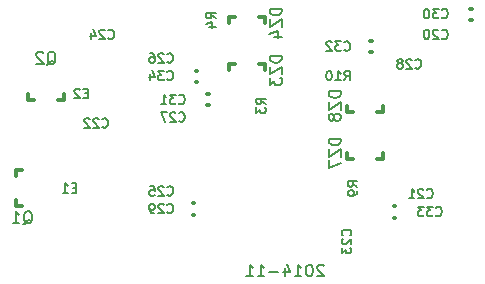
<source format=gbo>
G04 #@! TF.FileFunction,Legend,Bot*
%FSLAX46Y46*%
G04 Gerber Fmt 4.6, Leading zero omitted, Abs format (unit mm)*
G04 Created by KiCad (PCBNEW (2014-11-08 BZR 5258)-product) date Tue 11 Nov 2014 07:31:25 PM EST*
%MOMM*%
G01*
G04 APERTURE LIST*
%ADD10C,0.100000*%
%ADD11C,0.150000*%
%ADD12C,0.350000*%
%ADD13C,0.200000*%
G04 APERTURE END LIST*
D10*
D11*
X116535714Y-85547619D02*
X116488095Y-85500000D01*
X116392857Y-85452381D01*
X116154761Y-85452381D01*
X116059523Y-85500000D01*
X116011904Y-85547619D01*
X115964285Y-85642857D01*
X115964285Y-85738095D01*
X116011904Y-85880952D01*
X116583333Y-86452381D01*
X115964285Y-86452381D01*
X115345238Y-85452381D02*
X115249999Y-85452381D01*
X115154761Y-85500000D01*
X115107142Y-85547619D01*
X115059523Y-85642857D01*
X115011904Y-85833333D01*
X115011904Y-86071429D01*
X115059523Y-86261905D01*
X115107142Y-86357143D01*
X115154761Y-86404762D01*
X115249999Y-86452381D01*
X115345238Y-86452381D01*
X115440476Y-86404762D01*
X115488095Y-86357143D01*
X115535714Y-86261905D01*
X115583333Y-86071429D01*
X115583333Y-85833333D01*
X115535714Y-85642857D01*
X115488095Y-85547619D01*
X115440476Y-85500000D01*
X115345238Y-85452381D01*
X114059523Y-86452381D02*
X114630952Y-86452381D01*
X114345238Y-86452381D02*
X114345238Y-85452381D01*
X114440476Y-85595238D01*
X114535714Y-85690476D01*
X114630952Y-85738095D01*
X113202380Y-85785714D02*
X113202380Y-86452381D01*
X113440476Y-85404762D02*
X113678571Y-86119048D01*
X113059523Y-86119048D01*
X112678571Y-86071429D02*
X111916666Y-86071429D01*
X110916666Y-86452381D02*
X111488095Y-86452381D01*
X111202381Y-86452381D02*
X111202381Y-85452381D01*
X111297619Y-85595238D01*
X111392857Y-85690476D01*
X111488095Y-85738095D01*
X109964285Y-86452381D02*
X110535714Y-86452381D01*
X110250000Y-86452381D02*
X110250000Y-85452381D01*
X110345238Y-85595238D01*
X110440476Y-85690476D01*
X110535714Y-85738095D01*
D12*
X108984000Y-68492000D02*
X108476000Y-68492000D01*
X108476000Y-68492000D02*
X108476000Y-69000000D01*
X111524000Y-69000000D02*
X111524000Y-68492000D01*
X111524000Y-68492000D02*
X111016000Y-68492000D01*
X108984000Y-64492000D02*
X108476000Y-64492000D01*
X108476000Y-64492000D02*
X108476000Y-65000000D01*
X111524000Y-65000000D02*
X111524000Y-64492000D01*
X111524000Y-64492000D02*
X111016000Y-64492000D01*
X121016000Y-76508000D02*
X121524000Y-76508000D01*
X121524000Y-76508000D02*
X121524000Y-76000000D01*
X118476000Y-76000000D02*
X118476000Y-76508000D01*
X118476000Y-76508000D02*
X118984000Y-76508000D01*
X121016000Y-72508000D02*
X121524000Y-72508000D01*
X121524000Y-72508000D02*
X121524000Y-72000000D01*
X118476000Y-72000000D02*
X118476000Y-72508000D01*
X118476000Y-72508000D02*
X118984000Y-72508000D01*
X90492000Y-80016000D02*
X90492000Y-80524000D01*
X90492000Y-80524000D02*
X91000000Y-80524000D01*
X91000000Y-77476000D02*
X90492000Y-77476000D01*
X90492000Y-77476000D02*
X90492000Y-77984000D01*
X94016000Y-71508000D02*
X94524000Y-71508000D01*
X94524000Y-71508000D02*
X94524000Y-71000000D01*
X91476000Y-71000000D02*
X91476000Y-71508000D01*
X91476000Y-71508000D02*
X91984000Y-71508000D01*
X105429000Y-80279000D02*
X105571000Y-80279000D01*
X105571000Y-80279000D02*
X105429000Y-80279000D01*
X105429000Y-81221000D02*
X105571000Y-81221000D01*
X105571000Y-81221000D02*
X105429000Y-81221000D01*
X129071000Y-64721000D02*
X128929000Y-64721000D01*
X128929000Y-64721000D02*
X129071000Y-64721000D01*
X129071000Y-63779000D02*
X128929000Y-63779000D01*
X128929000Y-63779000D02*
X129071000Y-63779000D01*
X106821000Y-71971000D02*
X106679000Y-71971000D01*
X106679000Y-71971000D02*
X106821000Y-71971000D01*
X106821000Y-71029000D02*
X106679000Y-71029000D01*
X106679000Y-71029000D02*
X106821000Y-71029000D01*
X120429000Y-66529000D02*
X120571000Y-66529000D01*
X120571000Y-66529000D02*
X120429000Y-66529000D01*
X120429000Y-67471000D02*
X120571000Y-67471000D01*
X120571000Y-67471000D02*
X120429000Y-67471000D01*
X122429000Y-80529000D02*
X122571000Y-80529000D01*
X122571000Y-80529000D02*
X122429000Y-80529000D01*
X122429000Y-81471000D02*
X122571000Y-81471000D01*
X122571000Y-81471000D02*
X122429000Y-81471000D01*
X105821000Y-69971000D02*
X105679000Y-69971000D01*
X105679000Y-69971000D02*
X105821000Y-69971000D01*
X105821000Y-69029000D02*
X105679000Y-69029000D01*
X105679000Y-69029000D02*
X105821000Y-69029000D01*
D13*
X112952381Y-67785714D02*
X111952381Y-67785714D01*
X111952381Y-68023809D01*
X112000000Y-68166667D01*
X112095238Y-68261905D01*
X112190476Y-68309524D01*
X112380952Y-68357143D01*
X112523810Y-68357143D01*
X112714286Y-68309524D01*
X112809524Y-68261905D01*
X112904762Y-68166667D01*
X112952381Y-68023809D01*
X112952381Y-67785714D01*
X111952381Y-68690476D02*
X111952381Y-69357143D01*
X112952381Y-68690476D01*
X112952381Y-69357143D01*
X111952381Y-69642857D02*
X111952381Y-70261905D01*
X112333333Y-69928571D01*
X112333333Y-70071429D01*
X112380952Y-70166667D01*
X112428571Y-70214286D01*
X112523810Y-70261905D01*
X112761905Y-70261905D01*
X112857143Y-70214286D01*
X112904762Y-70166667D01*
X112952381Y-70071429D01*
X112952381Y-69785714D01*
X112904762Y-69690476D01*
X112857143Y-69642857D01*
X112952381Y-63785714D02*
X111952381Y-63785714D01*
X111952381Y-64023809D01*
X112000000Y-64166667D01*
X112095238Y-64261905D01*
X112190476Y-64309524D01*
X112380952Y-64357143D01*
X112523810Y-64357143D01*
X112714286Y-64309524D01*
X112809524Y-64261905D01*
X112904762Y-64166667D01*
X112952381Y-64023809D01*
X112952381Y-63785714D01*
X111952381Y-64690476D02*
X111952381Y-65357143D01*
X112952381Y-64690476D01*
X112952381Y-65357143D01*
X112285714Y-66166667D02*
X112952381Y-66166667D01*
X111904762Y-65928571D02*
X112619048Y-65690476D01*
X112619048Y-66309524D01*
X117952381Y-74785714D02*
X116952381Y-74785714D01*
X116952381Y-75023809D01*
X117000000Y-75166667D01*
X117095238Y-75261905D01*
X117190476Y-75309524D01*
X117380952Y-75357143D01*
X117523810Y-75357143D01*
X117714286Y-75309524D01*
X117809524Y-75261905D01*
X117904762Y-75166667D01*
X117952381Y-75023809D01*
X117952381Y-74785714D01*
X116952381Y-75690476D02*
X116952381Y-76357143D01*
X117952381Y-75690476D01*
X117952381Y-76357143D01*
X116952381Y-76642857D02*
X116952381Y-77309524D01*
X117952381Y-76880952D01*
X117952381Y-70785714D02*
X116952381Y-70785714D01*
X116952381Y-71023809D01*
X117000000Y-71166667D01*
X117095238Y-71261905D01*
X117190476Y-71309524D01*
X117380952Y-71357143D01*
X117523810Y-71357143D01*
X117714286Y-71309524D01*
X117809524Y-71261905D01*
X117904762Y-71166667D01*
X117952381Y-71023809D01*
X117952381Y-70785714D01*
X116952381Y-71690476D02*
X116952381Y-72357143D01*
X117952381Y-71690476D01*
X117952381Y-72357143D01*
X117380952Y-72880952D02*
X117333333Y-72785714D01*
X117285714Y-72738095D01*
X117190476Y-72690476D01*
X117142857Y-72690476D01*
X117047619Y-72738095D01*
X117000000Y-72785714D01*
X116952381Y-72880952D01*
X116952381Y-73071429D01*
X117000000Y-73166667D01*
X117047619Y-73214286D01*
X117142857Y-73261905D01*
X117190476Y-73261905D01*
X117285714Y-73214286D01*
X117333333Y-73166667D01*
X117380952Y-73071429D01*
X117380952Y-72880952D01*
X117428571Y-72785714D01*
X117476190Y-72738095D01*
X117571429Y-72690476D01*
X117761905Y-72690476D01*
X117857143Y-72738095D01*
X117904762Y-72785714D01*
X117952381Y-72880952D01*
X117952381Y-73071429D01*
X117904762Y-73166667D01*
X117857143Y-73214286D01*
X117761905Y-73261905D01*
X117571429Y-73261905D01*
X117476190Y-73214286D01*
X117428571Y-73166667D01*
X117380952Y-73071429D01*
X91095238Y-82047619D02*
X91190476Y-82000000D01*
X91285714Y-81904762D01*
X91428571Y-81761905D01*
X91523810Y-81714286D01*
X91619048Y-81714286D01*
X91571429Y-81952381D02*
X91666667Y-81904762D01*
X91761905Y-81809524D01*
X91809524Y-81619048D01*
X91809524Y-81285714D01*
X91761905Y-81095238D01*
X91666667Y-81000000D01*
X91571429Y-80952381D01*
X91380952Y-80952381D01*
X91285714Y-81000000D01*
X91190476Y-81095238D01*
X91142857Y-81285714D01*
X91142857Y-81619048D01*
X91190476Y-81809524D01*
X91285714Y-81904762D01*
X91380952Y-81952381D01*
X91571429Y-81952381D01*
X90190476Y-81952381D02*
X90761905Y-81952381D01*
X90476191Y-81952381D02*
X90476191Y-80952381D01*
X90571429Y-81095238D01*
X90666667Y-81190476D01*
X90761905Y-81238095D01*
X93095238Y-68547619D02*
X93190476Y-68500000D01*
X93285714Y-68404762D01*
X93428571Y-68261905D01*
X93523810Y-68214286D01*
X93619048Y-68214286D01*
X93571429Y-68452381D02*
X93666667Y-68404762D01*
X93761905Y-68309524D01*
X93809524Y-68119048D01*
X93809524Y-67785714D01*
X93761905Y-67595238D01*
X93666667Y-67500000D01*
X93571429Y-67452381D01*
X93380952Y-67452381D01*
X93285714Y-67500000D01*
X93190476Y-67595238D01*
X93142857Y-67785714D01*
X93142857Y-68119048D01*
X93190476Y-68309524D01*
X93285714Y-68404762D01*
X93380952Y-68452381D01*
X93571429Y-68452381D01*
X92761905Y-67547619D02*
X92714286Y-67500000D01*
X92619048Y-67452381D01*
X92380952Y-67452381D01*
X92285714Y-67500000D01*
X92238095Y-67547619D01*
X92190476Y-67642857D01*
X92190476Y-67738095D01*
X92238095Y-67880952D01*
X92809524Y-68452381D01*
X92190476Y-68452381D01*
D11*
X111611905Y-71866667D02*
X111230952Y-71600000D01*
X111611905Y-71409524D02*
X110811905Y-71409524D01*
X110811905Y-71714286D01*
X110850000Y-71790477D01*
X110888095Y-71828572D01*
X110964286Y-71866667D01*
X111078571Y-71866667D01*
X111154762Y-71828572D01*
X111192857Y-71790477D01*
X111230952Y-71714286D01*
X111230952Y-71409524D01*
X110811905Y-72133334D02*
X110811905Y-72628572D01*
X111116667Y-72361905D01*
X111116667Y-72476191D01*
X111154762Y-72552381D01*
X111192857Y-72590477D01*
X111269048Y-72628572D01*
X111459524Y-72628572D01*
X111535714Y-72590477D01*
X111573810Y-72552381D01*
X111611905Y-72476191D01*
X111611905Y-72247619D01*
X111573810Y-72171429D01*
X111535714Y-72133334D01*
X107361905Y-64616667D02*
X106980952Y-64350000D01*
X107361905Y-64159524D02*
X106561905Y-64159524D01*
X106561905Y-64464286D01*
X106600000Y-64540477D01*
X106638095Y-64578572D01*
X106714286Y-64616667D01*
X106828571Y-64616667D01*
X106904762Y-64578572D01*
X106942857Y-64540477D01*
X106980952Y-64464286D01*
X106980952Y-64159524D01*
X106828571Y-65302381D02*
X107361905Y-65302381D01*
X106523810Y-65111905D02*
X107095238Y-64921429D01*
X107095238Y-65416667D01*
X119361905Y-78866667D02*
X118980952Y-78600000D01*
X119361905Y-78409524D02*
X118561905Y-78409524D01*
X118561905Y-78714286D01*
X118600000Y-78790477D01*
X118638095Y-78828572D01*
X118714286Y-78866667D01*
X118828571Y-78866667D01*
X118904762Y-78828572D01*
X118942857Y-78790477D01*
X118980952Y-78714286D01*
X118980952Y-78409524D01*
X119361905Y-79247619D02*
X119361905Y-79400000D01*
X119323810Y-79476191D01*
X119285714Y-79514286D01*
X119171429Y-79590477D01*
X119019048Y-79628572D01*
X118714286Y-79628572D01*
X118638095Y-79590477D01*
X118600000Y-79552381D01*
X118561905Y-79476191D01*
X118561905Y-79323810D01*
X118600000Y-79247619D01*
X118638095Y-79209524D01*
X118714286Y-79171429D01*
X118904762Y-79171429D01*
X118980952Y-79209524D01*
X119019048Y-79247619D01*
X119057143Y-79323810D01*
X119057143Y-79476191D01*
X119019048Y-79552381D01*
X118980952Y-79590477D01*
X118904762Y-79628572D01*
X118264286Y-69861905D02*
X118530953Y-69480952D01*
X118721429Y-69861905D02*
X118721429Y-69061905D01*
X118416667Y-69061905D01*
X118340476Y-69100000D01*
X118302381Y-69138095D01*
X118264286Y-69214286D01*
X118264286Y-69328571D01*
X118302381Y-69404762D01*
X118340476Y-69442857D01*
X118416667Y-69480952D01*
X118721429Y-69480952D01*
X117502381Y-69861905D02*
X117959524Y-69861905D01*
X117730953Y-69861905D02*
X117730953Y-69061905D01*
X117807143Y-69176190D01*
X117883334Y-69252381D01*
X117959524Y-69290476D01*
X117007143Y-69061905D02*
X116930952Y-69061905D01*
X116854762Y-69100000D01*
X116816667Y-69138095D01*
X116778571Y-69214286D01*
X116740476Y-69366667D01*
X116740476Y-69557143D01*
X116778571Y-69709524D01*
X116816667Y-69785714D01*
X116854762Y-69823810D01*
X116930952Y-69861905D01*
X117007143Y-69861905D01*
X117083333Y-69823810D01*
X117121429Y-69785714D01*
X117159524Y-69709524D01*
X117197619Y-69557143D01*
X117197619Y-69366667D01*
X117159524Y-69214286D01*
X117121429Y-69138095D01*
X117083333Y-69100000D01*
X117007143Y-69061905D01*
X96552381Y-70942857D02*
X96285714Y-70942857D01*
X96171428Y-71361905D02*
X96552381Y-71361905D01*
X96552381Y-70561905D01*
X96171428Y-70561905D01*
X95866666Y-70638095D02*
X95828571Y-70600000D01*
X95752380Y-70561905D01*
X95561904Y-70561905D01*
X95485714Y-70600000D01*
X95447618Y-70638095D01*
X95409523Y-70714286D01*
X95409523Y-70790476D01*
X95447618Y-70904762D01*
X95904761Y-71361905D01*
X95409523Y-71361905D01*
X95552381Y-78942857D02*
X95285714Y-78942857D01*
X95171428Y-79361905D02*
X95552381Y-79361905D01*
X95552381Y-78561905D01*
X95171428Y-78561905D01*
X94409523Y-79361905D02*
X94866666Y-79361905D01*
X94638095Y-79361905D02*
X94638095Y-78561905D01*
X94714285Y-78676190D01*
X94790476Y-78752381D01*
X94866666Y-78790476D01*
X126514286Y-66285714D02*
X126552381Y-66323810D01*
X126666667Y-66361905D01*
X126742857Y-66361905D01*
X126857143Y-66323810D01*
X126933334Y-66247619D01*
X126971429Y-66171429D01*
X127009524Y-66019048D01*
X127009524Y-65904762D01*
X126971429Y-65752381D01*
X126933334Y-65676190D01*
X126857143Y-65600000D01*
X126742857Y-65561905D01*
X126666667Y-65561905D01*
X126552381Y-65600000D01*
X126514286Y-65638095D01*
X126209524Y-65638095D02*
X126171429Y-65600000D01*
X126095238Y-65561905D01*
X125904762Y-65561905D01*
X125828572Y-65600000D01*
X125790476Y-65638095D01*
X125752381Y-65714286D01*
X125752381Y-65790476D01*
X125790476Y-65904762D01*
X126247619Y-66361905D01*
X125752381Y-66361905D01*
X125257143Y-65561905D02*
X125180952Y-65561905D01*
X125104762Y-65600000D01*
X125066667Y-65638095D01*
X125028571Y-65714286D01*
X124990476Y-65866667D01*
X124990476Y-66057143D01*
X125028571Y-66209524D01*
X125066667Y-66285714D01*
X125104762Y-66323810D01*
X125180952Y-66361905D01*
X125257143Y-66361905D01*
X125333333Y-66323810D01*
X125371429Y-66285714D01*
X125409524Y-66209524D01*
X125447619Y-66057143D01*
X125447619Y-65866667D01*
X125409524Y-65714286D01*
X125371429Y-65638095D01*
X125333333Y-65600000D01*
X125257143Y-65561905D01*
X125264286Y-79785714D02*
X125302381Y-79823810D01*
X125416667Y-79861905D01*
X125492857Y-79861905D01*
X125607143Y-79823810D01*
X125683334Y-79747619D01*
X125721429Y-79671429D01*
X125759524Y-79519048D01*
X125759524Y-79404762D01*
X125721429Y-79252381D01*
X125683334Y-79176190D01*
X125607143Y-79100000D01*
X125492857Y-79061905D01*
X125416667Y-79061905D01*
X125302381Y-79100000D01*
X125264286Y-79138095D01*
X124959524Y-79138095D02*
X124921429Y-79100000D01*
X124845238Y-79061905D01*
X124654762Y-79061905D01*
X124578572Y-79100000D01*
X124540476Y-79138095D01*
X124502381Y-79214286D01*
X124502381Y-79290476D01*
X124540476Y-79404762D01*
X124997619Y-79861905D01*
X124502381Y-79861905D01*
X123740476Y-79861905D02*
X124197619Y-79861905D01*
X123969048Y-79861905D02*
X123969048Y-79061905D01*
X124045238Y-79176190D01*
X124121429Y-79252381D01*
X124197619Y-79290476D01*
X97764286Y-73785714D02*
X97802381Y-73823810D01*
X97916667Y-73861905D01*
X97992857Y-73861905D01*
X98107143Y-73823810D01*
X98183334Y-73747619D01*
X98221429Y-73671429D01*
X98259524Y-73519048D01*
X98259524Y-73404762D01*
X98221429Y-73252381D01*
X98183334Y-73176190D01*
X98107143Y-73100000D01*
X97992857Y-73061905D01*
X97916667Y-73061905D01*
X97802381Y-73100000D01*
X97764286Y-73138095D01*
X97459524Y-73138095D02*
X97421429Y-73100000D01*
X97345238Y-73061905D01*
X97154762Y-73061905D01*
X97078572Y-73100000D01*
X97040476Y-73138095D01*
X97002381Y-73214286D01*
X97002381Y-73290476D01*
X97040476Y-73404762D01*
X97497619Y-73861905D01*
X97002381Y-73861905D01*
X96697619Y-73138095D02*
X96659524Y-73100000D01*
X96583333Y-73061905D01*
X96392857Y-73061905D01*
X96316667Y-73100000D01*
X96278571Y-73138095D01*
X96240476Y-73214286D01*
X96240476Y-73290476D01*
X96278571Y-73404762D01*
X96735714Y-73861905D01*
X96240476Y-73861905D01*
X118785714Y-82985714D02*
X118823810Y-82947619D01*
X118861905Y-82833333D01*
X118861905Y-82757143D01*
X118823810Y-82642857D01*
X118747619Y-82566666D01*
X118671429Y-82528571D01*
X118519048Y-82490476D01*
X118404762Y-82490476D01*
X118252381Y-82528571D01*
X118176190Y-82566666D01*
X118100000Y-82642857D01*
X118061905Y-82757143D01*
X118061905Y-82833333D01*
X118100000Y-82947619D01*
X118138095Y-82985714D01*
X118138095Y-83290476D02*
X118100000Y-83328571D01*
X118061905Y-83404762D01*
X118061905Y-83595238D01*
X118100000Y-83671428D01*
X118138095Y-83709524D01*
X118214286Y-83747619D01*
X118290476Y-83747619D01*
X118404762Y-83709524D01*
X118861905Y-83252381D01*
X118861905Y-83747619D01*
X118061905Y-84014286D02*
X118061905Y-84509524D01*
X118366667Y-84242857D01*
X118366667Y-84357143D01*
X118404762Y-84433333D01*
X118442857Y-84471429D01*
X118519048Y-84509524D01*
X118709524Y-84509524D01*
X118785714Y-84471429D01*
X118823810Y-84433333D01*
X118861905Y-84357143D01*
X118861905Y-84128571D01*
X118823810Y-84052381D01*
X118785714Y-84014286D01*
X98264286Y-66285714D02*
X98302381Y-66323810D01*
X98416667Y-66361905D01*
X98492857Y-66361905D01*
X98607143Y-66323810D01*
X98683334Y-66247619D01*
X98721429Y-66171429D01*
X98759524Y-66019048D01*
X98759524Y-65904762D01*
X98721429Y-65752381D01*
X98683334Y-65676190D01*
X98607143Y-65600000D01*
X98492857Y-65561905D01*
X98416667Y-65561905D01*
X98302381Y-65600000D01*
X98264286Y-65638095D01*
X97959524Y-65638095D02*
X97921429Y-65600000D01*
X97845238Y-65561905D01*
X97654762Y-65561905D01*
X97578572Y-65600000D01*
X97540476Y-65638095D01*
X97502381Y-65714286D01*
X97502381Y-65790476D01*
X97540476Y-65904762D01*
X97997619Y-66361905D01*
X97502381Y-66361905D01*
X96816667Y-65828571D02*
X96816667Y-66361905D01*
X97007143Y-65523810D02*
X97197619Y-66095238D01*
X96702381Y-66095238D01*
X103264286Y-79535714D02*
X103302381Y-79573810D01*
X103416667Y-79611905D01*
X103492857Y-79611905D01*
X103607143Y-79573810D01*
X103683334Y-79497619D01*
X103721429Y-79421429D01*
X103759524Y-79269048D01*
X103759524Y-79154762D01*
X103721429Y-79002381D01*
X103683334Y-78926190D01*
X103607143Y-78850000D01*
X103492857Y-78811905D01*
X103416667Y-78811905D01*
X103302381Y-78850000D01*
X103264286Y-78888095D01*
X102959524Y-78888095D02*
X102921429Y-78850000D01*
X102845238Y-78811905D01*
X102654762Y-78811905D01*
X102578572Y-78850000D01*
X102540476Y-78888095D01*
X102502381Y-78964286D01*
X102502381Y-79040476D01*
X102540476Y-79154762D01*
X102997619Y-79611905D01*
X102502381Y-79611905D01*
X101778571Y-78811905D02*
X102159524Y-78811905D01*
X102197619Y-79192857D01*
X102159524Y-79154762D01*
X102083333Y-79116667D01*
X101892857Y-79116667D01*
X101816667Y-79154762D01*
X101778571Y-79192857D01*
X101740476Y-79269048D01*
X101740476Y-79459524D01*
X101778571Y-79535714D01*
X101816667Y-79573810D01*
X101892857Y-79611905D01*
X102083333Y-79611905D01*
X102159524Y-79573810D01*
X102197619Y-79535714D01*
X103264286Y-68285714D02*
X103302381Y-68323810D01*
X103416667Y-68361905D01*
X103492857Y-68361905D01*
X103607143Y-68323810D01*
X103683334Y-68247619D01*
X103721429Y-68171429D01*
X103759524Y-68019048D01*
X103759524Y-67904762D01*
X103721429Y-67752381D01*
X103683334Y-67676190D01*
X103607143Y-67600000D01*
X103492857Y-67561905D01*
X103416667Y-67561905D01*
X103302381Y-67600000D01*
X103264286Y-67638095D01*
X102959524Y-67638095D02*
X102921429Y-67600000D01*
X102845238Y-67561905D01*
X102654762Y-67561905D01*
X102578572Y-67600000D01*
X102540476Y-67638095D01*
X102502381Y-67714286D01*
X102502381Y-67790476D01*
X102540476Y-67904762D01*
X102997619Y-68361905D01*
X102502381Y-68361905D01*
X101816667Y-67561905D02*
X101969048Y-67561905D01*
X102045238Y-67600000D01*
X102083333Y-67638095D01*
X102159524Y-67752381D01*
X102197619Y-67904762D01*
X102197619Y-68209524D01*
X102159524Y-68285714D01*
X102121429Y-68323810D01*
X102045238Y-68361905D01*
X101892857Y-68361905D01*
X101816667Y-68323810D01*
X101778571Y-68285714D01*
X101740476Y-68209524D01*
X101740476Y-68019048D01*
X101778571Y-67942857D01*
X101816667Y-67904762D01*
X101892857Y-67866667D01*
X102045238Y-67866667D01*
X102121429Y-67904762D01*
X102159524Y-67942857D01*
X102197619Y-68019048D01*
X104264286Y-73285714D02*
X104302381Y-73323810D01*
X104416667Y-73361905D01*
X104492857Y-73361905D01*
X104607143Y-73323810D01*
X104683334Y-73247619D01*
X104721429Y-73171429D01*
X104759524Y-73019048D01*
X104759524Y-72904762D01*
X104721429Y-72752381D01*
X104683334Y-72676190D01*
X104607143Y-72600000D01*
X104492857Y-72561905D01*
X104416667Y-72561905D01*
X104302381Y-72600000D01*
X104264286Y-72638095D01*
X103959524Y-72638095D02*
X103921429Y-72600000D01*
X103845238Y-72561905D01*
X103654762Y-72561905D01*
X103578572Y-72600000D01*
X103540476Y-72638095D01*
X103502381Y-72714286D01*
X103502381Y-72790476D01*
X103540476Y-72904762D01*
X103997619Y-73361905D01*
X103502381Y-73361905D01*
X103235714Y-72561905D02*
X102702381Y-72561905D01*
X103045238Y-73361905D01*
X124264286Y-68785714D02*
X124302381Y-68823810D01*
X124416667Y-68861905D01*
X124492857Y-68861905D01*
X124607143Y-68823810D01*
X124683334Y-68747619D01*
X124721429Y-68671429D01*
X124759524Y-68519048D01*
X124759524Y-68404762D01*
X124721429Y-68252381D01*
X124683334Y-68176190D01*
X124607143Y-68100000D01*
X124492857Y-68061905D01*
X124416667Y-68061905D01*
X124302381Y-68100000D01*
X124264286Y-68138095D01*
X123959524Y-68138095D02*
X123921429Y-68100000D01*
X123845238Y-68061905D01*
X123654762Y-68061905D01*
X123578572Y-68100000D01*
X123540476Y-68138095D01*
X123502381Y-68214286D01*
X123502381Y-68290476D01*
X123540476Y-68404762D01*
X123997619Y-68861905D01*
X123502381Y-68861905D01*
X123045238Y-68404762D02*
X123121429Y-68366667D01*
X123159524Y-68328571D01*
X123197619Y-68252381D01*
X123197619Y-68214286D01*
X123159524Y-68138095D01*
X123121429Y-68100000D01*
X123045238Y-68061905D01*
X122892857Y-68061905D01*
X122816667Y-68100000D01*
X122778571Y-68138095D01*
X122740476Y-68214286D01*
X122740476Y-68252381D01*
X122778571Y-68328571D01*
X122816667Y-68366667D01*
X122892857Y-68404762D01*
X123045238Y-68404762D01*
X123121429Y-68442857D01*
X123159524Y-68480952D01*
X123197619Y-68557143D01*
X123197619Y-68709524D01*
X123159524Y-68785714D01*
X123121429Y-68823810D01*
X123045238Y-68861905D01*
X122892857Y-68861905D01*
X122816667Y-68823810D01*
X122778571Y-68785714D01*
X122740476Y-68709524D01*
X122740476Y-68557143D01*
X122778571Y-68480952D01*
X122816667Y-68442857D01*
X122892857Y-68404762D01*
X103264286Y-81035714D02*
X103302381Y-81073810D01*
X103416667Y-81111905D01*
X103492857Y-81111905D01*
X103607143Y-81073810D01*
X103683334Y-80997619D01*
X103721429Y-80921429D01*
X103759524Y-80769048D01*
X103759524Y-80654762D01*
X103721429Y-80502381D01*
X103683334Y-80426190D01*
X103607143Y-80350000D01*
X103492857Y-80311905D01*
X103416667Y-80311905D01*
X103302381Y-80350000D01*
X103264286Y-80388095D01*
X102959524Y-80388095D02*
X102921429Y-80350000D01*
X102845238Y-80311905D01*
X102654762Y-80311905D01*
X102578572Y-80350000D01*
X102540476Y-80388095D01*
X102502381Y-80464286D01*
X102502381Y-80540476D01*
X102540476Y-80654762D01*
X102997619Y-81111905D01*
X102502381Y-81111905D01*
X102121429Y-81111905D02*
X101969048Y-81111905D01*
X101892857Y-81073810D01*
X101854762Y-81035714D01*
X101778571Y-80921429D01*
X101740476Y-80769048D01*
X101740476Y-80464286D01*
X101778571Y-80388095D01*
X101816667Y-80350000D01*
X101892857Y-80311905D01*
X102045238Y-80311905D01*
X102121429Y-80350000D01*
X102159524Y-80388095D01*
X102197619Y-80464286D01*
X102197619Y-80654762D01*
X102159524Y-80730952D01*
X102121429Y-80769048D01*
X102045238Y-80807143D01*
X101892857Y-80807143D01*
X101816667Y-80769048D01*
X101778571Y-80730952D01*
X101740476Y-80654762D01*
X126514286Y-64535714D02*
X126552381Y-64573810D01*
X126666667Y-64611905D01*
X126742857Y-64611905D01*
X126857143Y-64573810D01*
X126933334Y-64497619D01*
X126971429Y-64421429D01*
X127009524Y-64269048D01*
X127009524Y-64154762D01*
X126971429Y-64002381D01*
X126933334Y-63926190D01*
X126857143Y-63850000D01*
X126742857Y-63811905D01*
X126666667Y-63811905D01*
X126552381Y-63850000D01*
X126514286Y-63888095D01*
X126247619Y-63811905D02*
X125752381Y-63811905D01*
X126019048Y-64116667D01*
X125904762Y-64116667D01*
X125828572Y-64154762D01*
X125790476Y-64192857D01*
X125752381Y-64269048D01*
X125752381Y-64459524D01*
X125790476Y-64535714D01*
X125828572Y-64573810D01*
X125904762Y-64611905D01*
X126133334Y-64611905D01*
X126209524Y-64573810D01*
X126247619Y-64535714D01*
X125257143Y-63811905D02*
X125180952Y-63811905D01*
X125104762Y-63850000D01*
X125066667Y-63888095D01*
X125028571Y-63964286D01*
X124990476Y-64116667D01*
X124990476Y-64307143D01*
X125028571Y-64459524D01*
X125066667Y-64535714D01*
X125104762Y-64573810D01*
X125180952Y-64611905D01*
X125257143Y-64611905D01*
X125333333Y-64573810D01*
X125371429Y-64535714D01*
X125409524Y-64459524D01*
X125447619Y-64307143D01*
X125447619Y-64116667D01*
X125409524Y-63964286D01*
X125371429Y-63888095D01*
X125333333Y-63850000D01*
X125257143Y-63811905D01*
X104264286Y-71785714D02*
X104302381Y-71823810D01*
X104416667Y-71861905D01*
X104492857Y-71861905D01*
X104607143Y-71823810D01*
X104683334Y-71747619D01*
X104721429Y-71671429D01*
X104759524Y-71519048D01*
X104759524Y-71404762D01*
X104721429Y-71252381D01*
X104683334Y-71176190D01*
X104607143Y-71100000D01*
X104492857Y-71061905D01*
X104416667Y-71061905D01*
X104302381Y-71100000D01*
X104264286Y-71138095D01*
X103997619Y-71061905D02*
X103502381Y-71061905D01*
X103769048Y-71366667D01*
X103654762Y-71366667D01*
X103578572Y-71404762D01*
X103540476Y-71442857D01*
X103502381Y-71519048D01*
X103502381Y-71709524D01*
X103540476Y-71785714D01*
X103578572Y-71823810D01*
X103654762Y-71861905D01*
X103883334Y-71861905D01*
X103959524Y-71823810D01*
X103997619Y-71785714D01*
X102740476Y-71861905D02*
X103197619Y-71861905D01*
X102969048Y-71861905D02*
X102969048Y-71061905D01*
X103045238Y-71176190D01*
X103121429Y-71252381D01*
X103197619Y-71290476D01*
X118264286Y-67285714D02*
X118302381Y-67323810D01*
X118416667Y-67361905D01*
X118492857Y-67361905D01*
X118607143Y-67323810D01*
X118683334Y-67247619D01*
X118721429Y-67171429D01*
X118759524Y-67019048D01*
X118759524Y-66904762D01*
X118721429Y-66752381D01*
X118683334Y-66676190D01*
X118607143Y-66600000D01*
X118492857Y-66561905D01*
X118416667Y-66561905D01*
X118302381Y-66600000D01*
X118264286Y-66638095D01*
X117997619Y-66561905D02*
X117502381Y-66561905D01*
X117769048Y-66866667D01*
X117654762Y-66866667D01*
X117578572Y-66904762D01*
X117540476Y-66942857D01*
X117502381Y-67019048D01*
X117502381Y-67209524D01*
X117540476Y-67285714D01*
X117578572Y-67323810D01*
X117654762Y-67361905D01*
X117883334Y-67361905D01*
X117959524Y-67323810D01*
X117997619Y-67285714D01*
X117197619Y-66638095D02*
X117159524Y-66600000D01*
X117083333Y-66561905D01*
X116892857Y-66561905D01*
X116816667Y-66600000D01*
X116778571Y-66638095D01*
X116740476Y-66714286D01*
X116740476Y-66790476D01*
X116778571Y-66904762D01*
X117235714Y-67361905D01*
X116740476Y-67361905D01*
X126014286Y-81285714D02*
X126052381Y-81323810D01*
X126166667Y-81361905D01*
X126242857Y-81361905D01*
X126357143Y-81323810D01*
X126433334Y-81247619D01*
X126471429Y-81171429D01*
X126509524Y-81019048D01*
X126509524Y-80904762D01*
X126471429Y-80752381D01*
X126433334Y-80676190D01*
X126357143Y-80600000D01*
X126242857Y-80561905D01*
X126166667Y-80561905D01*
X126052381Y-80600000D01*
X126014286Y-80638095D01*
X125747619Y-80561905D02*
X125252381Y-80561905D01*
X125519048Y-80866667D01*
X125404762Y-80866667D01*
X125328572Y-80904762D01*
X125290476Y-80942857D01*
X125252381Y-81019048D01*
X125252381Y-81209524D01*
X125290476Y-81285714D01*
X125328572Y-81323810D01*
X125404762Y-81361905D01*
X125633334Y-81361905D01*
X125709524Y-81323810D01*
X125747619Y-81285714D01*
X124985714Y-80561905D02*
X124490476Y-80561905D01*
X124757143Y-80866667D01*
X124642857Y-80866667D01*
X124566667Y-80904762D01*
X124528571Y-80942857D01*
X124490476Y-81019048D01*
X124490476Y-81209524D01*
X124528571Y-81285714D01*
X124566667Y-81323810D01*
X124642857Y-81361905D01*
X124871429Y-81361905D01*
X124947619Y-81323810D01*
X124985714Y-81285714D01*
X103264286Y-69785714D02*
X103302381Y-69823810D01*
X103416667Y-69861905D01*
X103492857Y-69861905D01*
X103607143Y-69823810D01*
X103683334Y-69747619D01*
X103721429Y-69671429D01*
X103759524Y-69519048D01*
X103759524Y-69404762D01*
X103721429Y-69252381D01*
X103683334Y-69176190D01*
X103607143Y-69100000D01*
X103492857Y-69061905D01*
X103416667Y-69061905D01*
X103302381Y-69100000D01*
X103264286Y-69138095D01*
X102997619Y-69061905D02*
X102502381Y-69061905D01*
X102769048Y-69366667D01*
X102654762Y-69366667D01*
X102578572Y-69404762D01*
X102540476Y-69442857D01*
X102502381Y-69519048D01*
X102502381Y-69709524D01*
X102540476Y-69785714D01*
X102578572Y-69823810D01*
X102654762Y-69861905D01*
X102883334Y-69861905D01*
X102959524Y-69823810D01*
X102997619Y-69785714D01*
X101816667Y-69328571D02*
X101816667Y-69861905D01*
X102007143Y-69023810D02*
X102197619Y-69595238D01*
X101702381Y-69595238D01*
M02*

</source>
